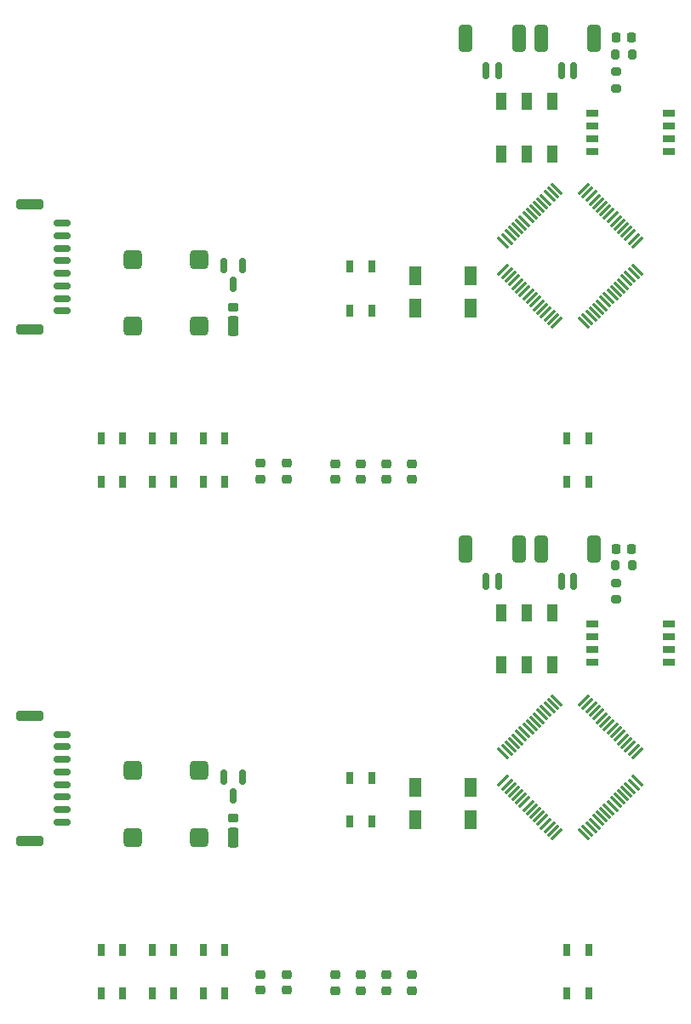
<source format=gbr>
%TF.GenerationSoftware,KiCad,Pcbnew,7.0.8*%
%TF.CreationDate,2024-02-13T15:10:35+09:00*%
%TF.ProjectId,446_CAN_Robomaster_newpanelize,3434365f-4341-44e5-9f52-6f626f6d6173,rev?*%
%TF.SameCoordinates,Original*%
%TF.FileFunction,Paste,Top*%
%TF.FilePolarity,Positive*%
%FSLAX46Y46*%
G04 Gerber Fmt 4.6, Leading zero omitted, Abs format (unit mm)*
G04 Created by KiCad (PCBNEW 7.0.8) date 2024-02-13 15:10:35*
%MOMM*%
%LPD*%
G01*
G04 APERTURE LIST*
G04 Aperture macros list*
%AMRoundRect*
0 Rectangle with rounded corners*
0 $1 Rounding radius*
0 $2 $3 $4 $5 $6 $7 $8 $9 X,Y pos of 4 corners*
0 Add a 4 corners polygon primitive as box body*
4,1,4,$2,$3,$4,$5,$6,$7,$8,$9,$2,$3,0*
0 Add four circle primitives for the rounded corners*
1,1,$1+$1,$2,$3*
1,1,$1+$1,$4,$5*
1,1,$1+$1,$6,$7*
1,1,$1+$1,$8,$9*
0 Add four rect primitives between the rounded corners*
20,1,$1+$1,$2,$3,$4,$5,0*
20,1,$1+$1,$4,$5,$6,$7,0*
20,1,$1+$1,$6,$7,$8,$9,0*
20,1,$1+$1,$8,$9,$2,$3,0*%
G04 Aperture macros list end*
%ADD10R,0.650000X1.244000*%
%ADD11RoundRect,0.218750X0.256250X-0.218750X0.256250X0.218750X-0.256250X0.218750X-0.256250X-0.218750X0*%
%ADD12RoundRect,0.250000X-0.300000X0.750000X-0.300000X-0.750000X0.300000X-0.750000X0.300000X0.750000X0*%
%ADD13RoundRect,0.200000X-0.350000X0.200000X-0.350000X-0.200000X0.350000X-0.200000X0.350000X0.200000X0*%
%ADD14RoundRect,0.150000X0.150000X0.700000X-0.150000X0.700000X-0.150000X-0.700000X0.150000X-0.700000X0*%
%ADD15RoundRect,0.331750X0.331750X1.018250X-0.331750X1.018250X-0.331750X-1.018250X0.331750X-1.018250X0*%
%ADD16RoundRect,0.200000X-0.275000X0.200000X-0.275000X-0.200000X0.275000X-0.200000X0.275000X0.200000X0*%
%ADD17RoundRect,0.150000X-0.150000X0.587500X-0.150000X-0.587500X0.150000X-0.587500X0.150000X0.587500X0*%
%ADD18RoundRect,0.200000X-0.200000X-0.275000X0.200000X-0.275000X0.200000X0.275000X-0.200000X0.275000X0*%
%ADD19RoundRect,0.150000X-0.700000X0.150000X-0.700000X-0.150000X0.700000X-0.150000X0.700000X0.150000X0*%
%ADD20RoundRect,0.250000X-1.100000X0.250000X-1.100000X-0.250000X1.100000X-0.250000X1.100000X0.250000X0*%
%ADD21RoundRect,0.475000X0.475000X0.475000X-0.475000X0.475000X-0.475000X-0.475000X0.475000X-0.475000X0*%
%ADD22R,1.008000X1.651000*%
%ADD23R,1.270000X0.760000*%
%ADD24R,1.300000X1.900000*%
%ADD25RoundRect,0.075000X-0.441942X-0.548008X0.548008X0.441942X0.441942X0.548008X-0.548008X-0.441942X0*%
%ADD26RoundRect,0.075000X0.441942X-0.548008X0.548008X-0.441942X-0.441942X0.548008X-0.548008X0.441942X0*%
%ADD27RoundRect,0.218750X0.218750X0.256250X-0.218750X0.256250X-0.218750X-0.256250X0.218750X-0.256250X0*%
G04 APERTURE END LIST*
D10*
%TO.C,SW2*%
X36254000Y-75416000D03*
X36254000Y-79760000D03*
X34104000Y-75416000D03*
X34104000Y-79760000D03*
%TD*%
D11*
%TO.C,D1*%
X32639000Y-96570000D03*
X32639000Y-94995000D03*
%TD*%
%TO.C,D4*%
X37719000Y-45720000D03*
X37719000Y-44145000D03*
%TD*%
D10*
%TO.C,SW6*%
X9339000Y-96837000D03*
X9339000Y-92493000D03*
X11489000Y-96837000D03*
X11489000Y-92493000D03*
%TD*%
D12*
%TO.C,D7*%
X22479000Y-30480000D03*
D13*
X22479000Y-28580000D03*
%TD*%
D14*
%TO.C,J9*%
X48885000Y-5025000D03*
X47635000Y-5025000D03*
D15*
X50898500Y-1825000D03*
X45621500Y-1825000D03*
%TD*%
D10*
%TO.C,SW5*%
X14419000Y-96837000D03*
X14419000Y-92493000D03*
X16569000Y-96837000D03*
X16569000Y-92493000D03*
%TD*%
D16*
%TO.C,R5*%
X60579000Y-5144000D03*
X60579000Y-6794000D03*
%TD*%
D14*
%TO.C,J8*%
X56378000Y-55875000D03*
X55128000Y-55875000D03*
D15*
X58391500Y-52675000D03*
X53114500Y-52675000D03*
%TD*%
D17*
%TO.C,Q1*%
X23429000Y-24462500D03*
X21529000Y-24462500D03*
X22479000Y-26337500D03*
%TD*%
D12*
%TO.C,D7*%
X22479000Y-81330000D03*
D13*
X22479000Y-79430000D03*
%TD*%
D17*
%TO.C,Q1*%
X23429000Y-75312500D03*
X21529000Y-75312500D03*
X22479000Y-77187500D03*
%TD*%
D18*
%TO.C,R10*%
X60516000Y-3429000D03*
X62166000Y-3429000D03*
%TD*%
D16*
%TO.C,R5*%
X60579000Y-55994000D03*
X60579000Y-57644000D03*
%TD*%
D11*
%TO.C,D1*%
X32639000Y-45720000D03*
X32639000Y-44145000D03*
%TD*%
%TO.C,D6*%
X40259000Y-96570000D03*
X40259000Y-94995000D03*
%TD*%
%TO.C,D9*%
X25146000Y-45657000D03*
X25146000Y-44082000D03*
%TD*%
D19*
%TO.C,J2*%
X5461000Y-20213000D03*
X5461000Y-21463000D03*
X5461000Y-22713000D03*
X5461000Y-23963000D03*
X5461000Y-25213000D03*
X5461000Y-26463000D03*
X5461000Y-27713000D03*
X5461000Y-28963000D03*
D20*
X2261000Y-18363000D03*
X2261000Y-30813000D03*
%TD*%
D10*
%TO.C,SW4*%
X19499000Y-96837000D03*
X19499000Y-92493000D03*
X21649000Y-96837000D03*
X21649000Y-92493000D03*
%TD*%
D21*
%TO.C,LS1*%
X12461000Y-81330000D03*
X12461000Y-74680000D03*
X19111000Y-81330000D03*
X19111000Y-74680000D03*
%TD*%
D11*
%TO.C,D2*%
X35179000Y-96570000D03*
X35179000Y-94995000D03*
%TD*%
%TO.C,D4*%
X37719000Y-96570000D03*
X37719000Y-94995000D03*
%TD*%
%TO.C,D9*%
X25146000Y-96507000D03*
X25146000Y-94932000D03*
%TD*%
D10*
%TO.C,SW5*%
X14419000Y-45987000D03*
X14419000Y-41643000D03*
X16569000Y-45987000D03*
X16569000Y-41643000D03*
%TD*%
D22*
%TO.C,SW7*%
X49149000Y-13335000D03*
X49149000Y-8128000D03*
X51689000Y-13335000D03*
X51689000Y-8128000D03*
X54229000Y-13335000D03*
X54229000Y-8128000D03*
%TD*%
D23*
%TO.C,SW1*%
X65786000Y-13081000D03*
X65786000Y-11811000D03*
X65786000Y-10541000D03*
X65786000Y-9271000D03*
X58166000Y-9271000D03*
X58166000Y-10541000D03*
X58166000Y-11811000D03*
X58166000Y-13081000D03*
%TD*%
D24*
%TO.C,Y1*%
X46057000Y-76343000D03*
X40557000Y-76343000D03*
X40557000Y-79543000D03*
X46057000Y-79543000D03*
%TD*%
D14*
%TO.C,J8*%
X56378000Y-5025000D03*
X55128000Y-5025000D03*
D15*
X58391500Y-1825000D03*
X53114500Y-1825000D03*
%TD*%
D10*
%TO.C,SW4*%
X19499000Y-45987000D03*
X19499000Y-41643000D03*
X21649000Y-45987000D03*
X21649000Y-41643000D03*
%TD*%
D23*
%TO.C,SW1*%
X65786000Y-63931000D03*
X65786000Y-62661000D03*
X65786000Y-61391000D03*
X65786000Y-60121000D03*
X58166000Y-60121000D03*
X58166000Y-61391000D03*
X58166000Y-62661000D03*
X58166000Y-63931000D03*
%TD*%
D19*
%TO.C,J2*%
X5461000Y-71063000D03*
X5461000Y-72313000D03*
X5461000Y-73563000D03*
X5461000Y-74813000D03*
X5461000Y-76063000D03*
X5461000Y-77313000D03*
X5461000Y-78563000D03*
X5461000Y-79813000D03*
D20*
X2261000Y-69213000D03*
X2261000Y-81663000D03*
%TD*%
D10*
%TO.C,SW2*%
X36254000Y-24566000D03*
X36254000Y-28910000D03*
X34104000Y-24566000D03*
X34104000Y-28910000D03*
%TD*%
D25*
%TO.C,U1*%
X49342519Y-75706181D03*
X49696072Y-76059734D03*
X50049625Y-76413287D03*
X50403179Y-76766841D03*
X50756732Y-77120394D03*
X51110286Y-77473948D03*
X51463839Y-77827501D03*
X51817392Y-78181054D03*
X52170946Y-78534608D03*
X52524499Y-78888161D03*
X52878052Y-79241714D03*
X53231606Y-79595268D03*
X53585159Y-79948821D03*
X53938713Y-80302375D03*
X54292266Y-80655928D03*
X54645819Y-81009481D03*
D26*
X57368181Y-81009481D03*
X57721734Y-80655928D03*
X58075287Y-80302375D03*
X58428841Y-79948821D03*
X58782394Y-79595268D03*
X59135948Y-79241714D03*
X59489501Y-78888161D03*
X59843054Y-78534608D03*
X60196608Y-78181054D03*
X60550161Y-77827501D03*
X60903714Y-77473948D03*
X61257268Y-77120394D03*
X61610821Y-76766841D03*
X61964375Y-76413287D03*
X62317928Y-76059734D03*
X62671481Y-75706181D03*
D25*
X62671481Y-72983819D03*
X62317928Y-72630266D03*
X61964375Y-72276713D03*
X61610821Y-71923159D03*
X61257268Y-71569606D03*
X60903714Y-71216052D03*
X60550161Y-70862499D03*
X60196608Y-70508946D03*
X59843054Y-70155392D03*
X59489501Y-69801839D03*
X59135948Y-69448286D03*
X58782394Y-69094732D03*
X58428841Y-68741179D03*
X58075287Y-68387625D03*
X57721734Y-68034072D03*
X57368181Y-67680519D03*
D26*
X54645819Y-67680519D03*
X54292266Y-68034072D03*
X53938713Y-68387625D03*
X53585159Y-68741179D03*
X53231606Y-69094732D03*
X52878052Y-69448286D03*
X52524499Y-69801839D03*
X52170946Y-70155392D03*
X51817392Y-70508946D03*
X51463839Y-70862499D03*
X51110286Y-71216052D03*
X50756732Y-71569606D03*
X50403179Y-71923159D03*
X50049625Y-72276713D03*
X49696072Y-72630266D03*
X49342519Y-72983819D03*
%TD*%
D10*
%TO.C,SW6*%
X9339000Y-45987000D03*
X9339000Y-41643000D03*
X11489000Y-45987000D03*
X11489000Y-41643000D03*
%TD*%
D25*
%TO.C,U1*%
X49342519Y-24856181D03*
X49696072Y-25209734D03*
X50049625Y-25563287D03*
X50403179Y-25916841D03*
X50756732Y-26270394D03*
X51110286Y-26623948D03*
X51463839Y-26977501D03*
X51817392Y-27331054D03*
X52170946Y-27684608D03*
X52524499Y-28038161D03*
X52878052Y-28391714D03*
X53231606Y-28745268D03*
X53585159Y-29098821D03*
X53938713Y-29452375D03*
X54292266Y-29805928D03*
X54645819Y-30159481D03*
D26*
X57368181Y-30159481D03*
X57721734Y-29805928D03*
X58075287Y-29452375D03*
X58428841Y-29098821D03*
X58782394Y-28745268D03*
X59135948Y-28391714D03*
X59489501Y-28038161D03*
X59843054Y-27684608D03*
X60196608Y-27331054D03*
X60550161Y-26977501D03*
X60903714Y-26623948D03*
X61257268Y-26270394D03*
X61610821Y-25916841D03*
X61964375Y-25563287D03*
X62317928Y-25209734D03*
X62671481Y-24856181D03*
D25*
X62671481Y-22133819D03*
X62317928Y-21780266D03*
X61964375Y-21426713D03*
X61610821Y-21073159D03*
X61257268Y-20719606D03*
X60903714Y-20366052D03*
X60550161Y-20012499D03*
X60196608Y-19658946D03*
X59843054Y-19305392D03*
X59489501Y-18951839D03*
X59135948Y-18598286D03*
X58782394Y-18244732D03*
X58428841Y-17891179D03*
X58075287Y-17537625D03*
X57721734Y-17184072D03*
X57368181Y-16830519D03*
D26*
X54645819Y-16830519D03*
X54292266Y-17184072D03*
X53938713Y-17537625D03*
X53585159Y-17891179D03*
X53231606Y-18244732D03*
X52878052Y-18598286D03*
X52524499Y-18951839D03*
X52170946Y-19305392D03*
X51817392Y-19658946D03*
X51463839Y-20012499D03*
X51110286Y-20366052D03*
X50756732Y-20719606D03*
X50403179Y-21073159D03*
X50049625Y-21426713D03*
X49696072Y-21780266D03*
X49342519Y-22133819D03*
%TD*%
D22*
%TO.C,SW7*%
X49149000Y-64185000D03*
X49149000Y-58978000D03*
X51689000Y-64185000D03*
X51689000Y-58978000D03*
X54229000Y-64185000D03*
X54229000Y-58978000D03*
%TD*%
D10*
%TO.C,SW3*%
X55694000Y-45987000D03*
X55694000Y-41643000D03*
X57844000Y-45987000D03*
X57844000Y-41643000D03*
%TD*%
D18*
%TO.C,R10*%
X60516000Y-54279000D03*
X62166000Y-54279000D03*
%TD*%
D11*
%TO.C,D8*%
X27813000Y-96507000D03*
X27813000Y-94932000D03*
%TD*%
D10*
%TO.C,SW3*%
X55694000Y-96837000D03*
X55694000Y-92493000D03*
X57844000Y-96837000D03*
X57844000Y-92493000D03*
%TD*%
D21*
%TO.C,LS1*%
X12461000Y-30480000D03*
X12461000Y-23830000D03*
X19111000Y-30480000D03*
X19111000Y-23830000D03*
%TD*%
D11*
%TO.C,D8*%
X27813000Y-45657000D03*
X27813000Y-44082000D03*
%TD*%
D27*
%TO.C,D3*%
X62128500Y-52628000D03*
X60553500Y-52628000D03*
%TD*%
D11*
%TO.C,D2*%
X35179000Y-45720000D03*
X35179000Y-44145000D03*
%TD*%
D27*
%TO.C,D3*%
X62128500Y-1778000D03*
X60553500Y-1778000D03*
%TD*%
D24*
%TO.C,Y1*%
X46057000Y-25493000D03*
X40557000Y-25493000D03*
X40557000Y-28693000D03*
X46057000Y-28693000D03*
%TD*%
D14*
%TO.C,J9*%
X48885000Y-55875000D03*
X47635000Y-55875000D03*
D15*
X50898500Y-52675000D03*
X45621500Y-52675000D03*
%TD*%
D11*
%TO.C,D6*%
X40259000Y-45720000D03*
X40259000Y-44145000D03*
%TD*%
M02*

</source>
